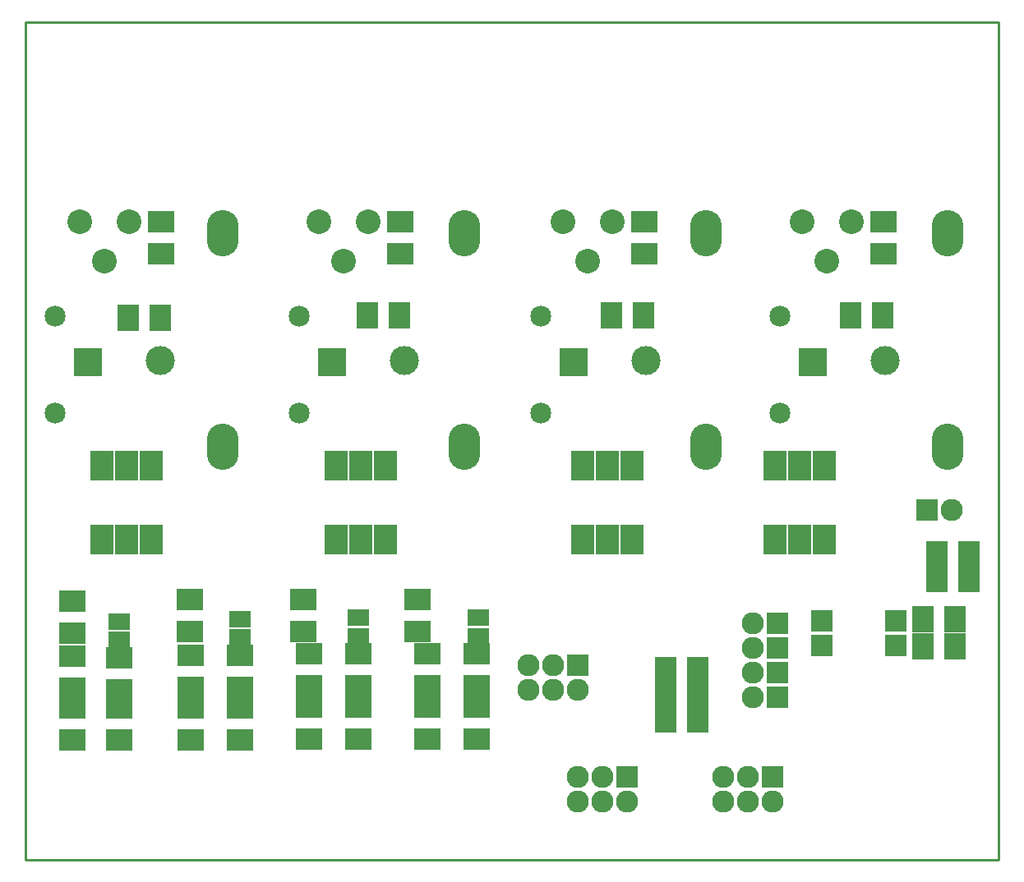
<source format=gbs>
G04 (created by PCBNEW (2011-nov-30)-testing) date jeu. 20 sept. 2012 21:30:35 CEST*
%MOIN*%
G04 Gerber Fmt 3.4, Leading zero omitted, Abs format*
%FSLAX34Y34*%
G01*
G70*
G90*
G04 APERTURE LIST*
%ADD10C,0.006*%
%ADD11C,0.01*%
%ADD12R,0.09X0.11*%
%ADD13R,0.09X0.09*%
%ADD14C,0.09*%
%ADD15C,0.085*%
%ADD16R,0.092X0.12*%
%ADD17R,0.1182X0.1182*%
%ADD18C,0.1182*%
%ADD19R,0.085X0.085*%
%ADD20O,0.1284X0.1875*%
%ADD21C,0.1*%
%ADD22R,0.11X0.09*%
%ADD23R,0.085X0.065*%
G04 APERTURE END LIST*
G54D10*
G54D11*
X51100Y-61600D02*
X51100Y-61400D01*
X90550Y-61600D02*
X51100Y-61600D01*
X90550Y-27600D02*
X90550Y-61600D01*
X51100Y-27600D02*
X90550Y-27600D01*
X51100Y-61400D02*
X51100Y-27600D01*
G54D12*
X66250Y-39500D03*
X64950Y-39500D03*
X56550Y-39600D03*
X55250Y-39600D03*
X76150Y-39500D03*
X74850Y-39500D03*
X85850Y-39500D03*
X84550Y-39500D03*
G54D13*
X73500Y-53700D03*
G54D14*
X73500Y-54700D03*
X72500Y-53700D03*
X72500Y-54700D03*
X71500Y-53700D03*
X71500Y-54700D03*
G54D15*
X52300Y-43469D03*
X52300Y-39531D03*
X62200Y-43469D03*
X62200Y-39531D03*
X72000Y-43469D03*
X72000Y-39531D03*
X81700Y-43469D03*
X81700Y-39531D03*
G54D16*
X65700Y-48600D03*
X64700Y-48600D03*
X63700Y-48600D03*
X63700Y-45600D03*
X64700Y-45600D03*
X65700Y-45600D03*
X75700Y-48600D03*
X74700Y-48600D03*
X73700Y-48600D03*
X73700Y-45600D03*
X74700Y-45600D03*
X75700Y-45600D03*
X83500Y-48600D03*
X82500Y-48600D03*
X81500Y-48600D03*
X81500Y-45600D03*
X82500Y-45600D03*
X83500Y-45600D03*
X56200Y-48600D03*
X55200Y-48600D03*
X54200Y-48600D03*
X54200Y-45600D03*
X55200Y-45600D03*
X56200Y-45600D03*
G54D17*
X73324Y-41400D03*
G54D18*
X76276Y-41350D03*
G54D17*
X63524Y-41400D03*
G54D18*
X66476Y-41350D03*
G54D17*
X53624Y-41400D03*
G54D18*
X56576Y-41350D03*
G54D17*
X83024Y-41400D03*
G54D18*
X85976Y-41350D03*
G54D13*
X81400Y-58250D03*
G54D14*
X81400Y-59250D03*
X80400Y-58250D03*
X80400Y-59250D03*
X79400Y-58250D03*
X79400Y-59250D03*
G54D13*
X75500Y-58250D03*
G54D14*
X75500Y-59250D03*
X74500Y-58250D03*
X74500Y-59250D03*
X73500Y-58250D03*
X73500Y-59250D03*
G54D12*
X78350Y-55900D03*
X77050Y-55900D03*
X88050Y-50200D03*
X89350Y-50200D03*
X88050Y-49200D03*
X89350Y-49200D03*
X87500Y-51850D03*
X88800Y-51850D03*
X87500Y-52950D03*
X88800Y-52950D03*
G54D19*
X86400Y-51900D03*
X86400Y-52900D03*
X83400Y-52900D03*
X83400Y-51900D03*
G54D20*
X59100Y-36169D03*
X59100Y-44831D03*
X68900Y-36169D03*
X68900Y-44831D03*
X78700Y-36169D03*
X78700Y-44831D03*
X88500Y-36169D03*
X88500Y-44831D03*
G54D21*
X55300Y-35700D03*
X54300Y-37300D03*
X53300Y-35700D03*
X65000Y-35700D03*
X64000Y-37300D03*
X63000Y-35700D03*
X74900Y-35700D03*
X73900Y-37300D03*
X72900Y-35700D03*
X84600Y-35700D03*
X83600Y-37300D03*
X82600Y-35700D03*
G54D12*
X77050Y-54900D03*
X78350Y-54900D03*
X77050Y-53900D03*
X78350Y-53900D03*
G54D22*
X56600Y-37000D03*
X56600Y-35700D03*
X66300Y-37000D03*
X66300Y-35700D03*
X76200Y-37000D03*
X76200Y-35700D03*
X85900Y-37000D03*
X85900Y-35700D03*
G54D23*
X64600Y-52525D03*
X64600Y-51775D03*
X59800Y-52575D03*
X59800Y-51825D03*
X54900Y-52675D03*
X54900Y-51925D03*
X69450Y-52525D03*
X69450Y-51775D03*
G54D22*
X64600Y-56700D03*
X64600Y-55400D03*
X67400Y-53250D03*
X67400Y-54550D03*
X67000Y-52350D03*
X67000Y-51050D03*
X67400Y-56700D03*
X67400Y-55400D03*
X69400Y-56700D03*
X69400Y-55400D03*
X69400Y-53250D03*
X69400Y-54550D03*
X62600Y-53250D03*
X62600Y-54550D03*
X62350Y-52350D03*
X62350Y-51050D03*
X62600Y-56700D03*
X62600Y-55400D03*
X64600Y-53250D03*
X64600Y-54550D03*
X54900Y-53400D03*
X54900Y-54700D03*
X57800Y-53300D03*
X57800Y-54600D03*
X57750Y-52350D03*
X57750Y-51050D03*
X57800Y-56750D03*
X57800Y-55450D03*
X59800Y-53300D03*
X59800Y-54600D03*
X59800Y-56750D03*
X59800Y-55450D03*
X53000Y-53350D03*
X53000Y-54650D03*
X53000Y-52400D03*
X53000Y-51100D03*
X53000Y-56750D03*
X53000Y-55450D03*
X54900Y-56750D03*
X54900Y-55450D03*
G54D13*
X81600Y-55000D03*
G54D14*
X80600Y-55000D03*
G54D13*
X81600Y-54000D03*
G54D14*
X80600Y-54000D03*
G54D13*
X81600Y-52000D03*
G54D14*
X80600Y-52000D03*
G54D13*
X81600Y-53000D03*
G54D14*
X80600Y-53000D03*
G54D13*
X87650Y-47400D03*
G54D14*
X88650Y-47400D03*
M02*

</source>
